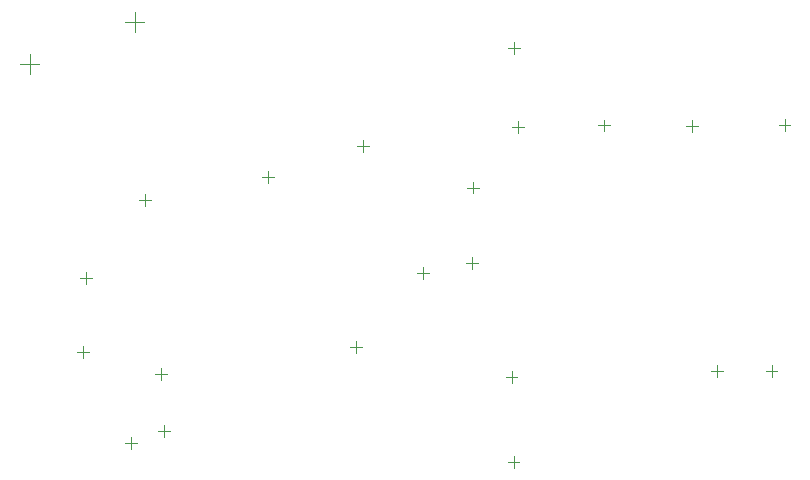
<source format=gbr>
G04*
G04 #@! TF.GenerationSoftware,Altium Limited,Altium Designer,24.1.2 (44)*
G04*
G04 Layer_Color=0*
%FSLAX44Y44*%
%MOMM*%
G71*
G04*
G04 #@! TF.SameCoordinates,5DE7BCAC-930E-4ACC-850D-064FDCF0EFED*
G04*
G04*
G04 #@! TF.FilePolarity,Positive*
G04*
G01*
G75*
%ADD71C,0.1000*%
%ADD72C,0.0500*%
D71*
X102735Y423466D02*
X119235D01*
X110985Y415216D02*
Y431716D01*
X22100Y379577D02*
Y396076D01*
X13850Y387826D02*
X30350D01*
X69850Y202010D02*
Y212010D01*
X64850Y207010D02*
X74850D01*
X119692Y267989D02*
Y277989D01*
X114692Y272989D02*
X124692D01*
X67578Y139120D02*
Y149120D01*
X62578Y144120D02*
X72578D01*
X133350Y120730D02*
Y130730D01*
X128350Y125730D02*
X138350D01*
X102950Y67310D02*
X112950D01*
X107950Y62310D02*
Y72310D01*
X130890Y77470D02*
X140890D01*
X135890Y72470D02*
Y82470D01*
X430149Y118190D02*
Y128190D01*
X425148Y123190D02*
X435148D01*
X645240Y128270D02*
X655240D01*
X650240Y123270D02*
Y133270D01*
X293450Y148590D02*
X303450D01*
X298450Y143590D02*
Y153590D01*
X503706Y335890D02*
X513706D01*
X508706Y330890D02*
Y340890D01*
X598784Y128270D02*
X608784D01*
X603784Y123270D02*
Y133270D01*
X577610Y335191D02*
X587610D01*
X582610Y330191D02*
Y340191D01*
X656294Y336588D02*
X666294D01*
X661294Y331588D02*
Y341588D01*
X224204Y287342D02*
Y297342D01*
X219204Y292342D02*
X229204D01*
X392329Y283345D02*
X402329D01*
X397329Y278345D02*
Y288345D01*
X355134Y205820D02*
Y215820D01*
X350134Y210820D02*
X360134D01*
X391630Y219270D02*
X401630D01*
X396631Y214270D02*
Y224270D01*
X435265Y329492D02*
Y339492D01*
X430265Y334493D02*
X440265D01*
X304589Y313770D02*
Y323770D01*
X299589Y318770D02*
X309589D01*
D72*
X427506Y401168D02*
X437506D01*
X432506Y396167D02*
Y406167D01*
X426837Y50648D02*
X436837D01*
X431837Y45648D02*
Y55648D01*
M02*

</source>
